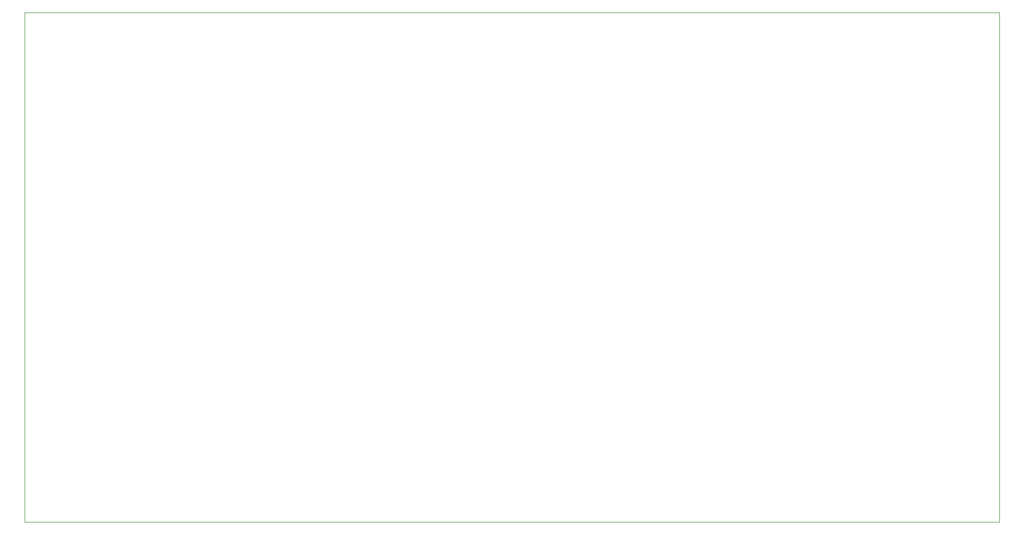
<source format=gbr>
%TF.GenerationSoftware,KiCad,Pcbnew,9.0.6*%
%TF.CreationDate,2025-12-14T23:03:34+01:00*%
%TF.ProjectId,KiCad-Diynamic-Project-Display-Module,4b694361-642d-4446-9979-6e616d69632d,rev?*%
%TF.SameCoordinates,Original*%
%TF.FileFunction,Profile,NP*%
%FSLAX46Y46*%
G04 Gerber Fmt 4.6, Leading zero omitted, Abs format (unit mm)*
G04 Created by KiCad (PCBNEW 9.0.6) date 2025-12-14 23:03:34*
%MOMM*%
%LPD*%
G01*
G04 APERTURE LIST*
%TA.AperFunction,Profile*%
%ADD10C,0.050000*%
%TD*%
G04 APERTURE END LIST*
D10*
X66500000Y-46500000D02*
X224000000Y-46500000D01*
X224000000Y-128900000D01*
X66500000Y-128900000D01*
X66500000Y-46500000D01*
M02*

</source>
